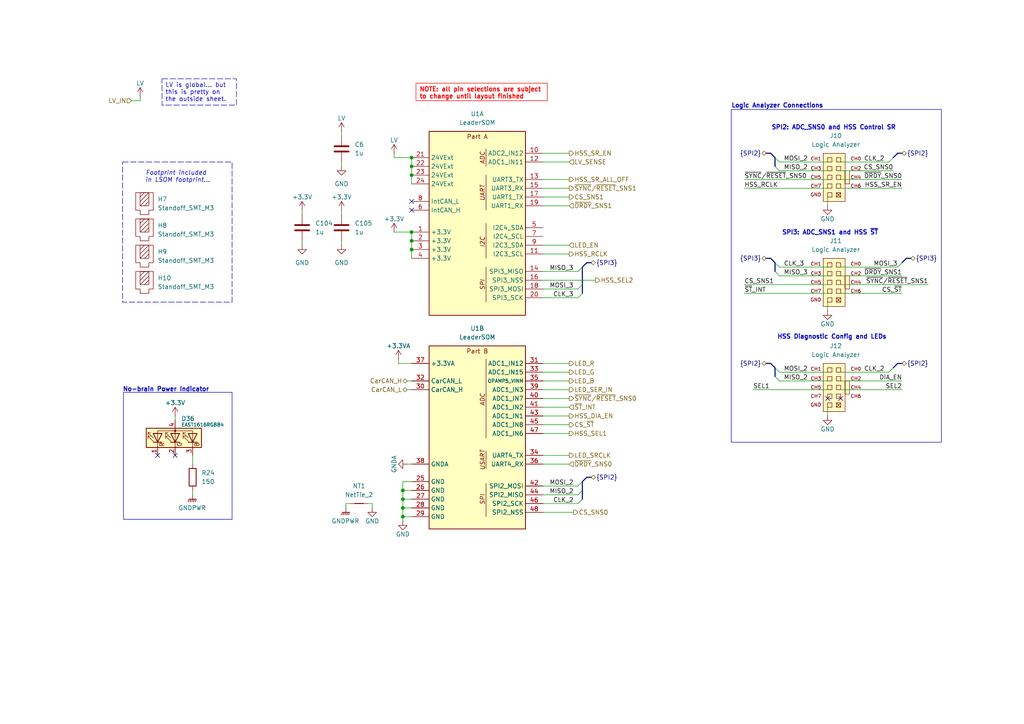
<source format=kicad_sch>
(kicad_sch (version 20250114) (generator "eeschema") (generator_version "9.0")
  (paper "A4")
  (title_block (title "LeaderSOM Connections (BBPDU)") (rev "0") (company "Longhorn Racing Solar") (comment 1 "Changxu Liu"))
  (lib_symbols
    (symbol "Device:NetTie_2" (pin_numbers (hide yes)) (pin_names (offset 0) (hide yes)) (in_bom no)
      (property "Reference" "NT" (at 0 1.27 0))
      (property "Value" "NetTie_2" (at 0 -1.27 0))
      (symbol "NetTie_2_0_1"
        (polyline (pts (xy -1.27 0) (xy 1.27 0)) (stroke (width 0.254)))
      )
      (symbol "NetTie_2_1_1"
        (pin passive line (at -2.54 0 0) (length 2.54) (name "1") (number "1"))
        (pin passive line (at 2.54 0 180) (length 2.54) (name "2") (number "2"))
      )
    )
    (symbol "PowerDistributionUnitCapacitorLib:1u" (pin_numbers (hide yes)) (pin_names (offset 0.254))
      (property "Reference" "C" (at 0.635 2.54 0))
      (property "Value" "1u" (at 0.635 -2.54 0))
      (symbol "1u_0_1"
        (polyline (pts (xy -2.032 0.762) (xy 2.032 0.762)) (stroke (width 0.508)))
        (polyline (pts (xy -2.032 -0.762) (xy 2.032 -0.762)) (stroke (width 0.508)))
      )
      (symbol "1u_1_1"
        (pin passive line (at 0 3.81 270) (length 2.794) (name "~") (number "1"))
        (pin passive line (at 0 -3.81 90) (length 2.794) (name "~") (number "2"))
      )
    )
    (symbol "PowerDistributionUnitLib:EAST1616RGBB4" (pin_names (offset 0) (hide yes))
      (property "Reference" "D" (at 0 9.398 0))
      (property "Value" "EAST1616RGBB4" (at 0 -8.89 0))
      (symbol "EAST1616RGBB4_0_0"
        (text "R" (at -1.905 3.81 0) (effects (font (size 1.27 1.27))))
        (text "G" (at -1.905 -1.27 0) (effects (font (size 1.27 1.27))))
        (text "B" (at -1.905 -6.35 0) (effects (font (size 1.27 1.27))))
      )
      (symbol "EAST1616RGBB4_0_1"
        (polyline (pts (xy -1.27 6.35) (xy -1.27 3.81)) (stroke (width 0.254)))
        (polyline (pts (xy -1.27 6.35) (xy -1.27 3.81) (xy -1.27 3.81)))
        (polyline (pts (xy -1.27 5.08) (xy -2.54 5.08)))
        (polyline (pts (xy -1.27 5.08) (xy 1.27 5.08)))
        (polyline (pts (xy -1.27 1.27) (xy -1.27 -1.27)) (stroke (width 0.254)))
        (polyline (pts (xy -1.27 1.27) (xy -1.27 -1.27) (xy -1.27 -1.27)))
        (polyline (pts (xy -1.27 0) (xy -2.54 0)))
        (polyline (pts (xy -1.27 -3.81) (xy -1.27 -6.35)) (stroke (width 0.254)))
        (polyline (pts (xy -1.27 -5.08) (xy -2.54 -5.08)))
        (polyline (pts (xy -1.27 -5.08) (xy 1.27 -5.08)))
        (polyline (pts (xy -1.016 6.35) (xy 0.508 7.874) (xy -0.254 7.874) (xy 0.508 7.874) (xy 0.508 7.112)))
        (polyline (pts (xy -1.016 1.27) (xy 0.508 2.794) (xy -0.254 2.794) (xy 0.508 2.794) (xy 0.508 2.032)))
        (polyline (pts (xy -1.016 -3.81) (xy 0.508 -2.286) (xy -0.254 -2.286) (xy 0.508 -2.286) (xy 0.508 -3.048)))
        (polyline (pts (xy 0 6.35) (xy 1.524 7.874) (xy 0.762 7.874) (xy 1.524 7.874) (xy 1.524 7.112)))
        (polyline (pts (xy 0 1.27) (xy 1.524 2.794) (xy 0.762 2.794) (xy 1.524 2.794) (xy 1.524 2.032)))
        (polyline (pts (xy 0 -3.81) (xy 1.524 -2.286) (xy 0.762 -2.286) (xy 1.524 -2.286) (xy 1.524 -3.048)))
        (polyline (pts (xy 1.27 6.35) (xy 1.27 3.81) (xy -1.27 5.08) (xy 1.27 6.35)) (stroke (width 0.254)))
        (rectangle (start 1.27 6.35) (end 1.27 6.35))
        (rectangle (start 1.27 3.81) (end 1.27 6.35))
        (polyline (pts (xy 1.27 1.27) (xy 1.27 -1.27) (xy -1.27 0) (xy 1.27 1.27)) (stroke (width 0.254)))
        (rectangle (start 1.27 1.27) (end 1.27 1.27))
        (polyline (pts (xy 1.27 0) (xy -1.27 0)))
        (polyline (pts (xy 1.27 0) (xy 2.54 0)))
        (rectangle (start 1.27 -1.27) (end 1.27 1.27))
        (polyline (pts (xy 1.27 -3.81) (xy 1.27 -6.35) (xy -1.27 -5.08) (xy 1.27 -3.81)) (stroke (width 0.254)))
        (polyline (pts (xy 1.27 -5.08) (xy 2.032 -5.08) (xy 2.032 5.08) (xy 1.27 5.08)))
        (circle (center 2.032 0) (radius 0.254) (fill (type outline)))
        (rectangle (start 2.794 8.382) (end -2.794 -7.62) (stroke (width 0.254)) (fill (type background)))
      )
      (symbol "EAST1616RGBB4_1_1"
        (pin passive line (at -5.08 5.08 0) (length 2.54) (name "RK") (number "1"))
        (pin passive line (at -5.08 0 0) (length 2.54) (name "GK") (number "2"))
        (pin passive line (at -5.08 -5.08 0) (length 2.54) (name "BK") (number "3"))
        (pin passive line (at 5.08 0 180) (length 2.54) (name "A") (number "4"))
      )
    )
    (symbol "PowerDistributionUnitLib:LeaderSOMConnector"
      (property "Reference" "U" (at 0 30.734 0))
      (property "Value" "LeaderSOM" (at -0.254 28.448 0))
      (symbol "LeaderSOMConnector_1_1"
        (rectangle (start -13.97 26.67) (end 13.97 -26.67) (stroke (width 0.254)) (fill (type background)))
        (polyline (pts (xy 2.54 16.51) (xy 2.54 21.59)))
        (polyline (pts (xy 2.54 3.81) (xy 2.54 13.97)))
        (polyline (pts (xy 2.54 -10.16) (xy 2.54 0)))
        (polyline (pts (xy 2.54 -22.86) (xy 2.54 -12.7)))
        (text "Part A" (at 0 25.146 0) (effects (font (size 1.27 1.27))))
        (text "ADC" (at 1.524 19.05 900) (effects (font (size 1.27 1.27) (italic yes))))
        (text "UART" (at 1.524 8.89 900) (effects (font (size 1.27 1.27) (italic yes))))
        (text "I2C" (at 1.524 -5.334 900) (effects (font (size 1.27 1.27) (italic yes))))
        (text "SPI" (at 1.524 -17.78 900) (effects (font (size 1.27 1.27) (italic yes))))
        (pin input line (at -19.05 19.05 0) (length 5.08) (name "24VExt") (number "21"))
        (pin input line (at -19.05 16.51 0) (length 5.08) (name "24VExt") (number "22"))
        (pin input line (at -19.05 13.97 0) (length 5.08) (name "24VExt") (number "23"))
        (pin input line (at -19.05 11.43 0) (length 5.08) (name "24VExt") (number "24"))
        (pin input line (at -19.05 6.35 0) (length 5.08) (name "IntCAN_L") (number "8"))
        (pin input line (at -19.05 3.81 0) (length 5.08) (name "IntCAN_H") (number "6"))
        (pin output line (at -19.05 -2.54 0) (length 5.08) (name "+3.3V") (number "1"))
        (pin output line (at -19.05 -5.08 0) (length 5.08) (name "+3.3V") (number "2"))
        (pin output line (at -19.05 -7.62 0) (length 5.08) (name "+3.3V") (number "3"))
        (pin output line (at -19.05 -10.16 0) (length 5.08) (name "+3.3V") (number "4"))
        (pin no_connect line (at -19.05 -15.24 0) (length 5.08) (hide yes) (name "MNT") (number "49"))
        (pin no_connect line (at -19.05 -17.78 0) (length 5.08) (hide yes) (name "MNT") (number "50"))
        (pin no_connect line (at -19.05 -20.32 0) (length 5.08) (hide yes) (name "MNT") (number "51"))
        (pin no_connect line (at -19.05 -22.606 0) (length 5.08) (hide yes) (name "MNT") (number "52"))
        (pin input line (at 19.05 20.32 180) (length 5.08) (name "ADC2_IN12") (number "10"))
        (pin input line (at 19.05 17.78 180) (length 5.08) (name "ADC1_IN11") (number "12"))
        (pin bidirectional line (at 19.05 12.7 180) (length 5.08) (name "UART3_TX") (number "13"))
        (pin bidirectional line (at 19.05 10.16 180) (length 5.08) (name "UART3_RX") (number "15"))
        (pin bidirectional line (at 19.05 7.62 180) (length 5.08) (name "UART1_TX") (number "17"))
        (pin bidirectional line (at 19.05 5.08 180) (length 5.08) (name "UART1_RX") (number "19"))
        (pin bidirectional line (at 19.05 -1.27 180) (length 5.08) (name "I2C4_SDA") (number "5"))
        (pin input line (at 19.05 -3.81 180) (length 5.08) (name "I2C4_SCL") (number "7"))
        (pin bidirectional line (at 19.05 -6.35 180) (length 5.08) (name "I2C3_SDA") (number "9"))
        (pin input line (at 19.05 -8.89 180) (length 5.08) (name "I2C3_SCL") (number "11"))
        (pin input line (at 19.05 -13.97 180) (length 5.08) (name "SPI3_MISO") (number "14"))
        (pin output line (at 19.05 -16.51 180) (length 5.08) (name "SPI3_NSS") (number "16"))
        (pin output line (at 19.05 -19.05 180) (length 5.08) (name "SPI3_MOSI") (number "18"))
        (pin output line (at 19.05 -21.59 180) (length 5.08) (name "SPI3_SCK") (number "20"))
      )
      (symbol "LeaderSOMConnector_2_1"
        (rectangle (start -13.97 26.67) (end 13.97 -26.416) (stroke (width 0.254)) (fill (type background)))
        (polyline (pts (xy 2.54 0) (xy 2.54 22.86)))
        (polyline (pts (xy 2.54 -8.89) (xy 2.54 -3.81)))
        (polyline (pts (xy 2.54 -22.86) (xy 2.54 -13.208)))
        (text "Part B" (at 0 25.146 0) (effects (font (size 1.27 1.27))))
        (text "ADC" (at 1.524 11.176 900) (effects (font (size 1.27 1.27) (italic yes))))
        (text "USART" (at 1.524 -6.35 900) (effects (font (size 1.27 1.27) (italic yes))))
        (text "SPI" (at 1.524 -17.78 900) (effects (font (size 1.27 1.27) (italic yes))))
        (pin output line (at -19.05 21.59 0) (length 5.08) (name "+3.3VA") (number "37"))
        (pin input line (at -19.05 16.51 0) (length 5.08) (name "CarCAN_L") (number "32"))
        (pin input line (at -19.05 13.97 0) (length 5.08) (name "CarCAN_H") (number "30"))
        (pin input line (at -19.05 -7.62 0) (length 5.08) (name "GNDA") (number "38"))
        (pin input line (at -19.05 -12.7 0) (length 5.08) (name "GND") (number "25"))
        (pin input line (at -19.05 -15.24 0) (length 5.08) (name "GND") (number "26"))
        (pin input line (at -19.05 -17.78 0) (length 5.08) (name "GND") (number "27"))
        (pin input line (at -19.05 -20.32 0) (length 5.08) (name "GND") (number "28"))
        (pin input line (at -19.05 -22.86 0) (length 5.08) (name "GND") (number "29"))
        (pin input line (at 19.05 21.59 180) (length 5.08) (name "ADC1_IN12") (number "31"))
        (pin output line (at 19.05 19.05 180) (length 5.08) (name "ADC1_IN15") (number "33"))
        (pin output line (at 19.05 16.51 180) (length 5.08) (name "OPAMP5_VINM") (number "35"))
        (pin output line (at 19.05 13.97 180) (length 5.08) (name "ADC1_IN3") (number "39"))
        (pin input line (at 19.05 11.43 180) (length 5.08) (name "ADC1_IN7") (number "40"))
        (pin input line (at 19.05 8.89 180) (length 5.08) (name "ADC1_IN2") (number "41"))
        (pin input line (at 19.05 6.35 180) (length 5.08) (name "ADC1_IN1") (number "43"))
        (pin output line (at 19.05 3.81 180) (length 5.08) (name "ADC1_IN8") (number "45"))
        (pin output line (at 19.05 1.27 180) (length 5.08) (name "ADC1_IN6") (number "47"))
        (pin output line (at 19.05 -5.08 180) (length 5.08) (name "UART4_TX") (number "34"))
        (pin output line (at 19.05 -7.62 180) (length 5.08) (name "UART4_RX") (number "36"))
        (pin output line (at 19.05 -13.97 180) (length 5.08) (name "SPI2_MOSI") (number "42"))
        (pin input line (at 19.05 -16.51 180) (length 5.08) (name "SPI2_MISO") (number "44"))
        (pin output line (at 19.05 -19.05 180) (length 5.08) (name "SPI2_SCK") (number "46"))
        (pin output line (at 19.05 -21.59 180) (length 5.08) (name "SPI2_NSS") (number "48"))
      )
    )
    (symbol "PowerDistributionUnitLib:LogicAnalyzer" (pin_numbers (hide yes)) (pin_names (offset 2.4) (hide yes))
      (property "Reference" "J" (at 0.762 11.176 0))
      (property "Value" "Logic Analyzer" (at 1.27 9.144 0))
      (symbol "LogicAnalyzer_0_1"
        (rectangle (start -1.27 6.35) (end 0 5.08))
        (rectangle (start -1.27 3.81) (end 0 2.54))
        (rectangle (start -1.27 1.27) (end 0 0))
        (rectangle (start -1.27 -1.27) (end 0 -2.54))
        (rectangle (start -1.27 -3.81) (end 0 -5.08))
        (rectangle (start 1.27 6.35) (end 2.54 5.08))
        (rectangle (start 1.27 3.81) (end 2.54 2.54))
        (rectangle (start 1.27 1.27) (end 2.54 0))
        (rectangle (start 1.27 -1.27) (end 2.54 -2.54))
        (rectangle (start 1.27 -3.81) (end 2.54 -5.08))
      )
      (symbol "LogicAnalyzer_1_0"
        (pin input line (at -1.27 2.54 0) (length 0) (name "CH3") (number "7"))
        (pin input line (at -1.27 0 0) (length 0) (name "CH5") (number "5"))
        (pin input line (at -1.27 -2.54 0) (length 0) (name "CH7") (number "3"))
        (pin passive line (at -1.27 -5.08 0) (length 0) (name "GND") (number "1"))
        (pin input line (at 2.54 0 180) (length 0) (name "CH4") (number "6"))
        (pin input line (at 2.54 -2.54 180) (length 0) (name "CH6") (number "4"))
        (pin no_connect line (at 2.54 -5.08 180) (length 0) (hide yes) (name "GND") (number "2"))
      )
      (symbol "LogicAnalyzer_1_1"
        (rectangle (start -2.54 7.62) (end 3.81 -6.35) (fill (type background)))
        (polyline (pts (xy 1.27 -3.81) (xy 2.54 -5.08)))
        (polyline (pts (xy 1.27 -5.08) (xy 2.54 -3.81)))
        (rectangle (start 3.81 2.54) (end 5.08 -1.27) (fill (type background)))
        (text "CH1" (at -3.048 6.604 0) (effects (font (size 1 1)) (justify right top)))
        (text "CH3" (at -3.048 3.81 0) (effects (font (size 1 1)) (justify right top)))
        (text "CH5" (at -3.048 1.27 0) (effects (font (size 1 1)) (justify right top)))
        (text "CH7" (at -3.048 -1.27 0) (effects (font (size 1 1)) (justify right top)))
        (text "GND" (at -3.048 -3.81 0) (effects (font (size 1 1)) (justify right top)))
        (text "CH0" (at 5.334 6.604 0) (effects (font (size 1 1)) (justify left top)))
        (text "CH2" (at 5.334 3.81 0) (effects (font (size 1 1)) (justify left top)))
        (text "CH4" (at 5.334 1.27 0) (effects (font (size 1 1)) (justify left top)))
        (text "CH6" (at 5.334 -1.27 0) (effects (font (size 1 1)) (justify left top)))
        (pin input line (at -1.27 5.08 0) (length 0) (name "CH1") (number "9"))
        (pin input line (at 2.54 5.08 180) (length 0) (name "CH0") (number "10"))
        (pin input line (at 2.54 2.54 180) (length 0) (name "CH2") (number "8"))
      )
    )
    (symbol "PowerDistributionUnitLib:Standoff_SMT_78614040360"
      (property "Reference" "H" (at 0 6.35 0))
      (property "Value" "Standoff_SMT_M3" (at 0 4.064 0))
      (symbol "Standoff_SMT_78614040360_0_1"
        (polyline (pts (xy -2.54 2.54) (xy 2.54 2.54) (xy 2.54 -2.54) (xy 1.27 -2.54) (xy 1.27 -3.81) (xy -1.27 -3.81) (xy -1.27 -2.54) (xy -2.54 -2.54) (xy -2.54 2.54)))
        (rectangle (start -1.27 2.54) (end 1.27 -1.27))
        (polyline (pts (xy -1.27 1.27) (xy 0 2.54)))
        (polyline (pts (xy -1.27 0) (xy 1.27 2.54)))
        (polyline (pts (xy -1.27 -1.27) (xy 1.27 1.27)))
        (polyline (pts (xy 0 -1.27) (xy 1.27 0)))
      )
    )
    (symbol "PowerDistributionUnitResistorLib:150" (pin_numbers (hide yes)) (pin_names (offset 0))
      (property "Reference" "R1" (at 2.54 1.2701 0))
      (property "Value" "150" (at 2.54 -1.2699 0))
      (symbol "150_0_1"
        (rectangle (start -1.016 2.54) (end 1.016 -2.54) (stroke (width 0.254)))
      )
      (symbol "150_1_1"
        (pin passive line (at 0 3.81 270) (length 1.27) (name "~") (number "1"))
        (pin passive line (at 0 -3.81 90) (length 1.27) (name "~") (number "2"))
      )
    )
    (symbol "power:+24V" (power) (pin_numbers (hide yes)) (pin_names (offset 0) (hide yes))
      (property "Value" "+24V" (at 0 3.556 0))
      (symbol "+24V_0_1"
        (polyline (pts (xy -0.762 1.27) (xy 0 2.54)))
        (polyline (pts (xy 0 2.54) (xy 0.762 1.27)))
        (polyline (pts (xy 0 0) (xy 0 2.54)))
      )
      (symbol "+24V_1_1"
        (pin power_in line (at 0 0 90) (length 0) (name "~") (number "1"))
      )
    )
    (symbol "power:+3.3V" (power) (pin_numbers (hide yes)) (pin_names (offset 0) (hide yes))
      (property "Value" "+3.3V" (at 0 3.556 0))
      (symbol "+3.3V_0_1"
        (polyline (pts (xy -0.762 1.27) (xy 0 2.54)))
        (polyline (pts (xy 0 2.54) (xy 0.762 1.27)))
        (polyline (pts (xy 0 0) (xy 0 2.54)))
      )
      (symbol "+3.3V_1_1"
        (pin power_in line (at 0 0 90) (length 0) (name "~") (number "1"))
      )
    )
    (symbol "power:+3.3VA" (power) (pin_numbers (hide yes)) (pin_names (offset 0) (hide yes))
      (property "Value" "+3.3VA" (at 0 3.556 0))
      (symbol "+3.3VA_0_1"
        (polyline (pts (xy -0.762 1.27) (xy 0 2.54)))
        (polyline (pts (xy 0 2.54) (xy 0.762 1.27)))
        (polyline (pts (xy 0 0) (xy 0 2.54)))
      )
      (symbol "+3.3VA_1_1"
        (pin power_in line (at 0 0 90) (length 0) (name "~") (number "1"))
      )
    )
    (symbol "power:GND" (power) (pin_numbers (hide yes)) (pin_names (offset 0) (hide yes))
      (property "Value" "GND" (at 0 -3.81 0))
      (symbol "GND_0_1"
        (polyline (pts (xy 0 0) (xy 0 -1.27) (xy 1.27 -1.27) (xy 0 -2.54) (xy -1.27 -1.27) (xy 0 -1.27)))
      )
      (symbol "GND_1_1"
        (pin power_in line (at 0 0 270) (length 0) (name "~") (number "1"))
      )
    )
    (symbol "power:GNDA" (power) (pin_numbers (hide yes)) (pin_names (offset 0) (hide yes))
      (property "Value" "GNDA" (at 0 -3.81 0))
      (symbol "GNDA_0_1"
        (polyline (pts (xy 0 0) (xy 0 -1.27) (xy 1.27 -1.27) (xy 0 -2.54) (xy -1.27 -1.27) (xy 0 -1.27)))
      )
      (symbol "GNDA_1_1"
        (pin power_in line (at 0 0 270) (length 0) (name "~") (number "1"))
      )
    )
    (symbol "power:GNDPWR" (power) (pin_numbers (hide yes)) (pin_names (offset 0) (hide yes))
      (property "Value" "GNDPWR" (at 0 -3.302 0))
      (symbol "GNDPWR_0_1"
        (polyline (pts (xy -1.016 -1.27) (xy -1.27 -2.032) (xy -1.27 -2.032)) (stroke (width 0.2032)))
        (polyline (pts (xy -0.508 -1.27) (xy -0.762 -2.032) (xy -0.762 -2.032)) (stroke (width 0.2032)))
        (polyline (pts (xy 0 -1.27) (xy 0 0)))
        (polyline (pts (xy 0 -1.27) (xy -0.254 -2.032) (xy -0.254 -2.032)) (stroke (width 0.2032)))
        (polyline (pts (xy 0.508 -1.27) (xy 0.254 -2.032) (xy 0.254 -2.032)) (stroke (width 0.2032)))
        (polyline (pts (xy 1.016 -1.27) (xy -1.016 -1.27) (xy -1.016 -1.27)) (stroke (width 0.2032)))
        (polyline (pts (xy 1.016 -1.27) (xy 0.762 -2.032) (xy 0.762 -2.032) (xy 0.762 -2.032)) (stroke (width 0.2032)))
      )
      (symbol "GNDPWR_1_1"
        (pin power_in line (at 0 0 270) (length 0) (name "~") (number "1"))
      )
    )
  )
  (rectangle (start 212.09 31.75) (end 273.05 128.27))
  (rectangle (start 35.814 113.792) (end 67.31 150.622))
  (rectangle (start 35.56 46.99) (end 67.31 87.63) (stroke (width 0) (type dash)))
  (text "Logic Analyzer Connections" (at 212.09 31.496 0) (effects (font (size 1.27 1.27) (thickness 0.254) (bold yes)) (justify left bottom)))
  (text "SPI2: ADC_SNS0 and HSS Control SR" (at 241.808 37.084 0) (effects (font (size 1.27 1.27) (thickness 0.254) (bold yes))))
  (text "SPI3: ADC_SNS1 and HSS ~{ST}" (at 240.792 67.564 0) (effects (font (size 1.27 1.27) (thickness 0.254) (bold yes))))
  (text "No-brain Power Indicator" (at 35.56 113.03 0) (effects (font (size 1.27 1.27) (thickness 0.254) (bold yes)) (justify left)))
  (text "HSS Diagnostic Config and LEDs" (at 241.3 97.79 0) (effects (font (size 1.27 1.27) (thickness 0.254) (bold yes))))
  (text "Footprint included \nin LSOM footprint..." (at 51.562 51.308 0) (effects (font (size 1.27 1.27) (italic yes))))
  (text_box "NOTE: all pin selections are subject to change until layout finished" (at 120.65 24.13 0) (size 38.1 5.08) (margins 0.9525 0.9525 0.9525 0.9525) (stroke (width 0) (color 255 0 0 1)) (effects (font (size 1.27 1.27) (thickness 0.254) (bold yes)) (justify left top)))
  (text_box "LV is global... but this is pretty on the outside sheet." (at 46.99 22.86 0) (size 21.59 7.62) (margins 0.9525 0.9525 0.9525 0.9525) (stroke (width 0) (type dash)) (effects (font (size 1.27 1.27)) (justify left top)))
  (junction (at 119.38 50.8))
  (junction (at 119.38 67.31))
  (junction (at 116.84 144.78))
  (junction (at 119.38 72.39))
  (junction (at 116.84 149.86))
  (junction (at 116.84 147.32))
  (junction (at 119.38 48.26))
  (junction (at 119.38 45.72))
  (junction (at 119.38 69.85))
  (junction (at 116.84 142.24))
  (no_connect (at 243.84 115.57))
  (no_connect (at 45.72 132.08))
  (no_connect (at 240.03 115.57))
  (no_connect (at 119.38 60.96))
  (no_connect (at 50.8 132.08))
  (no_connect (at 119.38 58.42))
  (bus_entry (at 224.79 78.74) (size 1.27 1.27))
  (bus_entry (at 168.91 142.24) (size -1.27 1.27))
  (bus_entry (at 261.62 76.2) (size -1.27 1.27))
  (bus_entry (at 168.91 77.47) (size -1.27 1.27))
  (bus_entry (at 168.91 82.55) (size -1.27 1.27))
  (bus_entry (at 259.08 45.72) (size -1.27 1.27))
  (bus_entry (at 224.79 109.22) (size 1.27 1.27))
  (bus_entry (at 224.79 106.68) (size 1.27 1.27))
  (bus_entry (at 224.79 48.26) (size 1.27 1.27))
  (bus_entry (at 224.79 45.72) (size 1.27 1.27))
  (bus_entry (at 259.08 106.68) (size -1.27 1.27))
  (bus_entry (at 168.91 139.7) (size -1.27 1.27))
  (bus_entry (at 224.79 76.2) (size 1.27 1.27))
  (bus_entry (at 168.91 144.78) (size -1.27 1.27))
  (bus_entry (at 168.91 85.09) (size -1.27 1.27))
  (wire (pts (xy 243.84 107.95) (xy 257.81 107.95)))
  (wire (pts (xy 157.48 118.11) (xy 165.1 118.11)))
  (wire (pts (xy 226.06 110.49) (xy 240.03 110.49)))
  (wire (pts (xy 119.38 72.39) (xy 119.38 74.93)))
  (wire (pts (xy 243.84 113.03) (xy 261.62 113.03)))
  (wire (pts (xy 240.03 46.99) (xy 226.06 46.99)))
  (bus (pts (xy 224.79 106.68) (xy 224.79 109.22)))
  (wire (pts (xy 116.84 149.86) (xy 116.84 151.13)))
  (wire (pts (xy 118.11 113.03) (xy 119.38 113.03)))
  (wire (pts (xy 116.84 144.78) (xy 119.38 144.78)))
  (wire (pts (xy 99.06 46.99) (xy 99.06 48.26)))
  (bus (pts (xy 168.91 77.47) (xy 168.91 82.55)))
  (wire (pts (xy 240.03 57.15) (xy 240.03 59.69)))
  (wire (pts (xy 157.48 143.51) (xy 167.64 143.51)))
  (wire (pts (xy 157.48 81.28) (xy 172.72 81.28)))
  (wire (pts (xy 119.38 45.72) (xy 119.38 48.26)))
  (wire (pts (xy 243.84 110.49) (xy 261.62 110.49)))
  (wire (pts (xy 55.88 142.24) (xy 55.88 143.51)))
  (wire (pts (xy 119.38 69.85) (xy 119.38 72.39)))
  (wire (pts (xy 157.48 54.61) (xy 165.1 54.61)))
  (wire (pts (xy 157.48 73.66) (xy 165.1 73.66)))
  (wire (pts (xy 115.57 105.41) (xy 119.38 105.41)))
  (wire (pts (xy 157.48 57.15) (xy 165.1 57.15)))
  (bus (pts (xy 224.79 76.2) (xy 223.52 74.93)))
  (wire (pts (xy 243.84 54.61) (xy 261.62 54.61)))
  (wire (pts (xy 215.9 52.07) (xy 240.03 52.07)))
  (wire (pts (xy 118.11 134.62) (xy 119.38 134.62)))
  (wire (pts (xy 243.84 46.99) (xy 257.81 46.99)))
  (wire (pts (xy 116.84 139.7) (xy 119.38 139.7)))
  (wire (pts (xy 106.68 146.05) (xy 107.95 146.05)))
  (wire (pts (xy 40.64 27.94) (xy 40.64 29.21)))
  (wire (pts (xy 157.48 113.03) (xy 165.1 113.03)))
  (bus (pts (xy 224.79 45.72) (xy 224.79 48.26)))
  (wire (pts (xy 100.33 146.05) (xy 101.6 146.05)))
  (wire (pts (xy 99.06 69.85) (xy 99.06 71.12)))
  (bus (pts (xy 259.08 45.72) (xy 260.35 44.45)))
  (wire (pts (xy 243.84 80.01) (xy 261.62 80.01)))
  (wire (pts (xy 87.63 60.96) (xy 87.63 62.23)))
  (bus (pts (xy 222.25 44.45) (xy 223.52 44.45)))
  (wire (pts (xy 243.84 82.55) (xy 269.24 82.55)))
  (wire (pts (xy 38.1 29.21) (xy 40.64 29.21)))
  (wire (pts (xy 240.03 113.03) (xy 218.44 113.03)))
  (wire (pts (xy 99.06 60.96) (xy 99.06 62.23)))
  (wire (pts (xy 226.06 107.95) (xy 240.03 107.95)))
  (wire (pts (xy 157.48 146.05) (xy 167.64 146.05)))
  (wire (pts (xy 157.48 125.73) (xy 165.1 125.73)))
  (wire (pts (xy 226.06 77.47) (xy 240.03 77.47)))
  (wire (pts (xy 87.63 69.85) (xy 87.63 71.12)))
  (bus (pts (xy 168.91 77.47) (xy 170.18 76.2)))
  (wire (pts (xy 119.38 50.8) (xy 119.38 53.34)))
  (bus (pts (xy 222.25 74.93) (xy 223.52 74.93)))
  (wire (pts (xy 157.48 78.74) (xy 167.64 78.74)))
  (wire (pts (xy 116.84 142.24) (xy 119.38 142.24)))
  (wire (pts (xy 157.48 140.97) (xy 167.64 140.97)))
  (wire (pts (xy 119.38 48.26) (xy 119.38 50.8)))
  (bus (pts (xy 261.62 105.41) (xy 260.35 105.41)))
  (wire (pts (xy 116.84 144.78) (xy 116.84 147.32)))
  (wire (pts (xy 215.9 54.61) (xy 240.03 54.61)))
  (bus (pts (xy 168.91 139.7) (xy 170.18 138.43)))
  (wire (pts (xy 116.84 142.24) (xy 116.84 144.78)))
  (wire (pts (xy 157.48 148.59) (xy 166.37 148.59)))
  (wire (pts (xy 157.48 59.69) (xy 165.1 59.69)))
  (wire (pts (xy 226.06 49.53) (xy 240.03 49.53)))
  (wire (pts (xy 157.48 120.65) (xy 165.1 120.65)))
  (wire (pts (xy 240.03 118.11) (xy 240.03 120.65)))
  (wire (pts (xy 50.8 120.65) (xy 50.8 121.92)))
  (bus (pts (xy 168.91 82.55) (xy 168.91 85.09)))
  (wire (pts (xy 116.84 149.86) (xy 119.38 149.86)))
  (wire (pts (xy 99.06 38.1) (xy 99.06 39.37)))
  (wire (pts (xy 157.48 134.62) (xy 165.1 134.62)))
  (wire (pts (xy 157.48 110.49) (xy 165.1 110.49)))
  (wire (pts (xy 157.48 44.45) (xy 165.1 44.45)))
  (bus (pts (xy 168.91 142.24) (xy 168.91 144.78)))
  (bus (pts (xy 222.25 105.41) (xy 223.52 105.41)))
  (wire (pts (xy 116.84 147.32) (xy 119.38 147.32)))
  (wire (pts (xy 157.48 105.41) (xy 165.1 105.41)))
  (wire (pts (xy 100.33 147.32) (xy 100.33 146.05)))
  (wire (pts (xy 115.57 104.14) (xy 115.57 105.41)))
  (wire (pts (xy 226.06 80.01) (xy 240.03 80.01)))
  (bus (pts (xy 259.08 106.68) (xy 260.35 105.41)))
  (bus (pts (xy 171.45 138.43) (xy 170.18 138.43)))
  (wire (pts (xy 215.9 85.09) (xy 240.03 85.09)))
  (bus (pts (xy 261.62 76.2) (xy 262.89 74.93)))
  (wire (pts (xy 157.48 123.19) (xy 165.1 123.19)))
  (wire (pts (xy 116.84 139.7) (xy 116.84 142.24)))
  (wire (pts (xy 240.03 87.63) (xy 240.03 90.17)))
  (wire (pts (xy 157.48 132.08) (xy 165.1 132.08)))
  (wire (pts (xy 157.48 46.99) (xy 165.1 46.99)))
  (wire (pts (xy 157.48 52.07) (xy 165.1 52.07)))
  (wire (pts (xy 116.84 147.32) (xy 116.84 149.86)))
  (wire (pts (xy 243.84 85.09) (xy 261.62 85.09)))
  (bus (pts (xy 261.62 44.45) (xy 260.35 44.45)))
  (wire (pts (xy 118.11 110.49) (xy 119.38 110.49)))
  (bus (pts (xy 224.79 106.68) (xy 223.52 105.41)))
  (wire (pts (xy 107.95 146.05) (xy 107.95 147.32)))
  (wire (pts (xy 55.88 132.08) (xy 55.88 134.62)))
  (bus (pts (xy 171.45 76.2) (xy 170.18 76.2)))
  (wire (pts (xy 157.48 83.82) (xy 167.64 83.82)))
  (bus (pts (xy 264.16 74.93) (xy 262.89 74.93)))
  (wire (pts (xy 157.48 107.95) (xy 165.1 107.95)))
  (wire (pts (xy 157.48 115.57) (xy 165.1 115.57)))
  (wire (pts (xy 119.38 67.31) (xy 119.38 69.85)))
  (bus (pts (xy 168.91 139.7) (xy 168.91 142.24)))
  (wire (pts (xy 114.3 44.45) (xy 114.3 45.72)))
  (wire (pts (xy 243.84 77.47) (xy 260.35 77.47)))
  (wire (pts (xy 114.3 67.31) (xy 119.38 67.31)))
  (wire (pts (xy 215.9 82.55) (xy 240.03 82.55)))
  (wire (pts (xy 157.48 86.36) (xy 167.64 86.36)))
  (bus (pts (xy 224.79 76.2) (xy 224.79 78.74)))
  (wire (pts (xy 114.3 45.72) (xy 119.38 45.72)))
  (wire (pts (xy 157.48 71.12) (xy 165.1 71.12)))
  (wire (pts (xy 243.84 49.53) (xy 259.08 49.53)))
  (wire (pts (xy 243.84 52.07) (xy 261.62 52.07)))
  (bus (pts (xy 224.79 45.72) (xy 223.52 44.45)))
  (label "CLK_3" (at 227.33 77.47 0))
  (label "MISO_2" (at 227.33 110.49 0))
  (label "MOSI_3" (at 166.37 83.82 180))
  (label "SEL1" (at 218.44 113.03 0))
  (label "SEL2" (at 261.62 113.03 180))
  (label "~{ST}_INT" (at 215.9 85.09 0))
  (label "MOSI_2" (at 166.37 140.97 180))
  (label "CLK_3" (at 166.37 86.36 180))
  (label "CS_~{ST}" (at 261.62 85.09 180))
  (label "MISO_3" (at 166.37 78.74 180))
  (label "MISO_3" (at 227.33 80.01 0))
  (label "~{SYNC}{slash}~{RESET}_SNS0" (at 215.9 52.07 0))
  (label "CLK_2" (at 256.54 107.95 180))
  (label "MISO_2" (at 166.37 143.51 180))
  (label "~{DRDY}_SNS0" (at 261.62 52.07 180))
  (label "MISO_2" (at 227.33 49.53 0))
  (label "CS_SNS1" (at 215.9 82.55 0))
  (label "DIA_EN" (at 261.62 110.49 180))
  (label "MOSI_2" (at 227.33 107.95 0))
  (label "CLK_2" (at 256.54 46.99 180))
  (label "MOSI_3" (at 260.35 77.47 180))
  (label "~{SYNC}{slash}~{RESET}_SNS1" (at 269.24 82.55 180))
  (label "CLK_2" (at 166.37 146.05 180))
  (label "MOSI_2" (at 227.33 46.99 0))
  (label "~{DRDY}_SNS1" (at 261.62 80.01 180))
  (label "HSS_RCLK" (at 215.9 54.61 0))
  (label "CS_SNS0" (at 259.08 49.53 180))
  (label "HSS_SR_EN" (at 261.62 54.61 180))
  (hierarchical_label "LED_SRCLK" (shape output) (at 165.1 132.08 0))
  (hierarchical_label "~{DRDY}_SNS0" (shape input) (at 165.1 134.62 0))
  (hierarchical_label "CS_SNS0" (shape output) (at 166.37 148.59 0))
  (hierarchical_label "{SPI3}" (shape bidirectional) (at 222.25 74.93 180))
  (hierarchical_label "{SPI3}" (shape bidirectional) (at 171.45 76.2 0))
  (hierarchical_label "CarCAN_H" (shape bidirectional) (at 118.11 110.49 180))
  (hierarchical_label "~{SYNC}{slash}~{RESET}_SNS0" (shape output) (at 165.1 115.57 0))
  (hierarchical_label "HSS_DIA_EN" (shape output) (at 165.1 120.65 0))
  (hierarchical_label "~{DRDY}_SNS1" (shape input) (at 165.1 59.69 0))
  (hierarchical_label "{SPI2}" (shape bidirectional) (at 222.25 44.45 180))
  (hierarchical_label "HSS_SR_EN" (shape output) (at 165.1 44.45 0))
  (hierarchical_label "LED_R" (shape output) (at 165.1 105.41 0))
  (hierarchical_label "LV_IN" (shape input) (at 38.1 29.21 180))
  (hierarchical_label "~{SYNC}{slash}~{RESET}_SNS1" (shape output) (at 165.1 54.61 0))
  (hierarchical_label "CarCAN_L" (shape bidirectional) (at 118.11 113.03 180))
  (hierarchical_label "{SPI3}" (shape bidirectional) (at 264.16 74.93 0))
  (hierarchical_label "{SPI2}" (shape bidirectional) (at 261.62 44.45 0))
  (hierarchical_label "HSS_SR_ALL_OFF" (shape output) (at 165.1 52.07 0))
  (hierarchical_label "{SPI2}" (shape bidirectional) (at 222.25 105.41 180))
  (hierarchical_label "HSS_SEL2" (shape output) (at 172.72 81.28 0))
  (hierarchical_label "{SPI2}" (shape bidirectional) (at 261.62 105.41 0))
  (hierarchical_label "LED_SER_IN" (shape output) (at 165.1 113.03 0))
  (hierarchical_label "LED_G" (shape output) (at 165.1 107.95 0))
  (hierarchical_label "CS_SNS1" (shape output) (at 165.1 57.15 0))
  (hierarchical_label "~{ST}_INT" (shape input) (at 165.1 118.11 0))
  (hierarchical_label "LED_B" (shape output) (at 165.1 110.49 0))
  (hierarchical_label "LV_SENSE" (shape input) (at 165.1 46.99 0))
  (hierarchical_label "CS_~{ST}" (shape output) (at 165.1 123.19 0))
  (hierarchical_label "HSS_RCLK" (shape output) (at 165.1 73.66 0))
  (hierarchical_label "LED_EN" (shape input) (at 165.1 71.12 0))
  (hierarchical_label "{SPI2}" (shape bidirectional) (at 171.45 138.43 0))
  (hierarchical_label "HSS_SEL1" (shape output) (at 165.1 125.73 0))
  (symbol (lib_id "power:+24V") (at 40.64 27.94 0) (unit 1)
    (property "Reference" "#PWR0475" (effects (hide yes)))
    (property "Value" "LV" (at 40.64 24.13 0))
    (property "Description" "Power symbol creates a global label with name \"+24V\"" (effects (hide yes)))
  )
  (symbol (lib_id "power:+3.3VA") (at 115.57 104.14 0) (unit 1)
    (property "Reference" "#PWR010" (effects (hide yes)))
    (property "Value" "+3.3VA" (at 115.57 100.33 0))
    (property "Description" "Power symbol creates a global label with name \"+3.3VA\"" (effects (hide yes)))
  )
  (symbol (lib_id "PowerDistributionUnitLib:LogicAnalyzer") (at 241.3 52.07 0) (unit 1)
    (property "Reference" "J10" (at 242.4192 39.37 0))
    (property "Value" "Logic Analyzer" (at 242.4192 41.91 0))
    (property "Footprint" "PowerDistributionUnitLib:CONN_SFH11-xxxC-D05-ST-XX_SUL" (effects (hide yes)))
    (property "Datasheet" "kicad-embed://PAGE123 .100 SFH11 SERIES FEMALE HDR ST RA.pdf" (effects (hide yes)))
    (property "P/N" "SFH11-PBPC-D05-ST-BK" (effects (hide yes)))
    (property "Digikey P/N" "S9194-ND" (effects (hide yes)))
  )
  (symbol (lib_id "power:+3.3V") (at 99.06 60.96 0) (mirror y) (unit 1)
    (property "Reference" "#PWR0469" (effects (hide yes)))
    (property "Value" "+3.3V" (at 99.06 57.15 0))
    (property "Description" "Power symbol creates a global label with name \"+3.3V\"" (effects (hide yes)))
  )
  (symbol (lib_id "power:GNDPWR") (at 55.88 143.51 0) (unit 1)
    (property "Reference" "#PWR064" (effects (hide yes)))
    (property "Value" "GNDPWR" (at 55.753 147.32 0))
    (property "Description" "Power symbol creates a global label with name \"GNDPWR\" , global ground" (effects (hide yes)))
  )
  (symbol (lib_id "power:GND") (at 116.84 151.13 0) (unit 1)
    (property "Reference" "#PWR0468" (effects (hide yes)))
    (property "Value" "GND" (at 116.84 154.94 0))
    (property "Description" "Power symbol creates a global label with name \"GND\" , ground" (effects (hide yes)))
  )
  (symbol (lib_id "power:GNDPWR") (at 100.33 147.32 0) (unit 1)
    (property "Reference" "#PWR038" (effects (hide yes)))
    (property "Value" "GNDPWR" (at 100.203 151.13 0))
    (property "Description" "Power symbol creates a global label with name \"GNDPWR\" , global ground" (effects (hide yes)))
  )
  (symbol (lib_id "PowerDistributionUnitCapacitorLib:1u") (at 99.06 66.04 0) (unit 1)
    (property "Reference" "C105" (at 102.87 64.7699 0) (effects (justify left)))
    (property "Value" "1u" (at 102.87 67.3099 0) (effects (justify left)))
    (property "Footprint" "Capacitor_SMD:C_0603_1608Metric" (effects (hide yes)))
    (property "Datasheet" "kicad-embed://MLR01_e.pdf" (effects (hide yes)))
    (property "Description" "Unpolarized capacitor" (effects (hide yes)))
    (property "P/N" "MLASU168SB5105KTNA01" (effects (hide yes)))
    (property "Mouser P/N" "963-MLASU168SB5105KT" (effects (hide yes)))
  )
  (symbol (lib_id "PowerDistributionUnitLib:LogicAnalyzer") (at 241.3 113.03 0) (unit 1)
    (property "Reference" "J12" (at 242.4192 100.33 0))
    (property "Value" "Logic Analyzer" (at 242.4192 102.87 0))
    (property "Footprint" "PowerDistributionUnitLib:CONN_SFH11-xxxC-D05-ST-XX_SUL" (effects (hide yes)))
    (property "Datasheet" "kicad-embed://PAGE123 .100 SFH11 SERIES FEMALE HDR ST RA.pdf" (effects (hide yes)))
    (property "P/N" "SFH11-PBPC-D05-ST-BK" (effects (hide yes)))
    (property "Digikey P/N" "S9194-ND" (effects (hide yes)))
  )
  (symbol (lib_id "power:GND") (at 87.63 71.12 0) (unit 1)
    (property "Reference" "#PWR034" (effects (hide yes)))
    (property "Value" "GND" (at 87.63 76.2 0))
    (property "Description" "Power symbol creates a global label with name \"GND\" , ground" (effects (hide yes)))
  )
  (symbol (lib_id "power:GND") (at 240.03 90.17 0) (unit 1)
    (property "Reference" "#PWR0478" (effects (hide yes)))
    (property "Value" "GND" (at 240.03 93.98 0))
    (property "Description" "Power symbol creates a global label with name \"GND\" , ground" (effects (hide yes)))
  )
  (symbol (lib_id "PowerDistributionUnitLib:Standoff_SMT_78614040360") (at 41.91 81.28 0) (unit 1) (on_board no)
    (property "Reference" "H10" (at 45.72 80.6449 0) (effects (justify left)))
    (property "Value" "Standoff_SMT_M3" (at 45.72 83.1849 0) (effects (justify left)))
    (property "Footprint" "PowerDistributionUnitLib:78614040360" (effects (hide yes)))
    (property "Datasheet" "kicad-embed://78614040360.pdf" (effects (hide yes)))
    (property "P/N" "78614040360" (effects (hide yes)))
    (property "Mouser P/N" "710-78614040360" (effects (hide yes)))
    (property "Digikey P/N" "732-78614040360CT-ND" (effects (hide yes)))
  )
  (symbol (lib_id "power:+3.3V") (at 114.3 67.31 0) (mirror y) (unit 1)
    (property "Reference" "#PWR0466" (effects (hide yes)))
    (property "Value" "+3.3V" (at 114.3 63.5 0))
    (property "Description" "Power symbol creates a global label with name \"+3.3V\"" (effects (hide yes)))
  )
  (symbol (lib_id "PowerDistributionUnitResistorLib:150") (at 55.88 138.43 0) (unit 1)
    (property "Reference" "R24" (at 58.42 137.1599 0) (effects (justify left)))
    (property "Value" "150" (at 58.42 139.6999 0) (effects (justify left)))
    (property "Footprint" "Resistor_SMD:R_0603_1608Metric" (effects (hide yes)))
    (property "Datasheet" "kicad-embed://dcrcwe3.pdf" (effects (hide yes)))
    (property "Description" "Resistor" (effects (hide yes)))
    (property "P/N" "CRCW0603150RFKEC" (effects (hide yes)))
    (property "Mouser P/N" "71-CRCW0603150RFKEC" (effects (hide yes)))
    (property "Digikey P/N" "541-CRCW0603150RFKECCT-ND" (effects (hide yes)))
  )
  (symbol (lib_id "power:GND") (at 99.06 48.26 0) (unit 1)
    (property "Reference" "#PWR012" (effects (hide yes)))
    (property "Value" "GND" (at 99.06 53.34 0))
    (property "Description" "Power symbol creates a global label with name \"GND\" , ground" (effects (hide yes)))
  )
  (symbol (lib_id "power:+3.3V") (at 50.8 120.65 0) (mirror y) (unit 1)
    (property "Reference" "#PWR086" (effects (hide yes)))
    (property "Value" "+3.3V" (at 50.8 116.84 0))
    (property "Description" "Power symbol creates a global label with name \"+3.3V\"" (effects (hide yes)))
  )
  (symbol (lib_id "power:+24V") (at 114.3 44.45 0) (unit 1)
    (property "Reference" "#PWR017" (effects (hide yes)))
    (property "Value" "LV" (at 114.3 40.64 0))
    (property "Description" "Power symbol creates a global label with name \"+24V\"" (effects (hide yes)))
  )
  (symbol (lib_id "power:GND") (at 99.06 71.12 0) (unit 1)
    (property "Reference" "#PWR0470" (effects (hide yes)))
    (property "Value" "GND" (at 99.06 76.2 0))
    (property "Description" "Power symbol creates a global label with name \"GND\" , ground" (effects (hide yes)))
  )
  (symbol (lib_id "power:GND") (at 107.95 147.32 0) (unit 1)
    (property "Reference" "#PWR039" (effects (hide yes)))
    (property "Value" "GND" (at 107.95 151.13 0))
    (property "Description" "Power symbol creates a global label with name \"GND\" , ground" (effects (hide yes)))
  )
  (symbol (lib_id "power:GND") (at 240.03 120.65 0) (unit 1)
    (property "Reference" "#PWR0479" (effects (hide yes)))
    (property "Value" "GND" (at 240.03 124.46 0))
    (property "Description" "Power symbol creates a global label with name \"GND\" , ground" (effects (hide yes)))
  )
  (symbol (lib_id "PowerDistributionUnitLib:EAST1616RGBB4") (at 50.8 127 90) (unit 1)
    (property "Reference" "D36" (at 52.578 121.412 90) (effects (justify right)))
    (property "Value" "EAST1616RGBB4" (at 52.578 123.19 90) (effects (font (size 1 1)) (justify right)))
    (property "Footprint" "PowerDistributionUnitLib:Everlight_4-SMD" (effects (hide yes)))
    (property "Datasheet" "kicad-embed://EAST1616RGBB4.PDF" (effects (hide yes)))
    (property "Description" "RGB LED, red/green/blue/anode" (effects (hide yes)))
    (property "P/N" "EAST1616RGBB4" (effects (hide yes)))
    (property "Digikey P/N" "1080-1552-1-ND" (effects (hide yes)))
  )
  (symbol (lib_id "power:GND") (at 240.03 59.69 0) (unit 1)
    (property "Reference" "#PWR0477" (effects (hide yes)))
    (property "Value" "GND" (at 240.03 63.5 0))
    (property "Description" "Power symbol creates a global label with name \"GND\" , ground" (effects (hide yes)))
  )
  (symbol (lib_id "PowerDistributionUnitLib:LeaderSOMConnector") (at 138.43 64.77 0) (unit 1)
    (property "Reference" "U1" (at 138.43 33.02 0))
    (property "Value" "LeaderSOM" (at 138.43 35.56 0))
    (property "Footprint" "PowerDistributionUnitLib:LeaderSOM_Standoff" (effects (hide yes)))
    (property "Datasheet" "https://github.com/lhr-solar/LeaderSOMPCB" (effects (hide yes)))
    (property "Description" "Symbol for both board-to-board connectors from the LeaderSOM" (effects (hide yes)))
  )
  (symbol (lib_id "PowerDistributionUnitLib:Standoff_SMT_78614040360") (at 41.91 66.04 0) (unit 1) (on_board no)
    (property "Reference" "H8" (at 45.72 65.4049 0) (effects (justify left)))
    (property "Value" "Standoff_SMT_M3" (at 45.72 67.9449 0) (effects (justify left)))
    (property "Footprint" "PowerDistributionUnitLib:78614040360" (effects (hide yes)))
    (property "Datasheet" "kicad-embed://78614040360.pdf" (effects (hide yes)))
    (property "P/N" "78614040360" (effects (hide yes)))
    (property "Mouser P/N" "710-78614040360" (effects (hide yes)))
    (property "Digikey P/N" "732-78614040360CT-ND" (effects (hide yes)))
  )
  (symbol (lib_id "PowerDistributionUnitCapacitorLib:1u") (at 99.06 43.18 0) (unit 1)
    (property "Reference" "C6" (at 102.87 41.9099 0) (effects (justify left)))
    (property "Value" "1u" (at 102.87 44.4499 0) (effects (justify left)))
    (property "Footprint" "Capacitor_SMD:C_0603_1608Metric" (effects (hide yes)))
    (property "Datasheet" "kicad-embed://MLR01_e.pdf" (effects (hide yes)))
    (property "Description" "Unpolarized capacitor" (effects (hide yes)))
    (property "P/N" "MLASU168SB5105KTNA01" (effects (hide yes)))
    (property "Mouser P/N" "963-MLASU168SB5105KT" (effects (hide yes)))
  )
  (symbol (lib_id "power:+3.3V") (at 87.63 60.96 0) (mirror y) (unit 1)
    (property "Reference" "#PWR024" (effects (hide yes)))
    (property "Value" "+3.3V" (at 87.63 57.15 0))
    (property "Description" "Power symbol creates a global label with name \"+3.3V\"" (effects (hide yes)))
  )
  (symbol (lib_id "PowerDistributionUnitLib:LeaderSOMConnector") (at 138.43 127 0) (unit 2)
    (property "Reference" "U1" (at 138.43 95.25 0))
    (property "Value" "LeaderSOM" (at 138.43 97.79 0))
    (property "Footprint" "PowerDistributionUnitLib:LeaderSOM_Standoff" (effects (hide yes)))
    (property "Datasheet" "https://github.com/lhr-solar/LeaderSOMPCB" (effects (hide yes)))
    (property "Description" "Symbol for both board-to-board connectors from the LeaderSOM" (effects (hide yes)))
  )
  (symbol (lib_id "power:+24V") (at 99.06 38.1 0) (unit 1)
    (property "Reference" "#PWR011" (effects (hide yes)))
    (property "Value" "LV" (at 99.06 34.29 0))
    (property "Description" "Power symbol creates a global label with name \"+24V\"" (effects (hide yes)))
  )
  (symbol (lib_id "PowerDistributionUnitLib:LogicAnalyzer") (at 241.3 82.55 0) (unit 1)
    (property "Reference" "J11" (at 242.4192 69.85 0))
    (property "Value" "Logic Analyzer" (at 242.4192 72.39 0))
    (property "Footprint" "PowerDistributionUnitLib:CONN_SFH11-xxxC-D05-ST-XX_SUL" (effects (hide yes)))
    (property "Datasheet" "kicad-embed://PAGE123 .100 SFH11 SERIES FEMALE HDR ST RA.pdf" (effects (hide yes)))
    (property "P/N" "SFH11-PBPC-D05-ST-BK" (effects (hide yes)))
    (property "Digikey P/N" "S9194-ND" (effects (hide yes)))
  )
  (symbol (lib_id "PowerDistributionUnitCapacitorLib:1u") (at 87.63 66.04 0) (unit 1)
    (property "Reference" "C104" (at 91.44 64.7699 0) (effects (justify left)))
    (property "Value" "1u" (at 91.44 67.3099 0) (effects (justify left)))
    (property "Footprint" "Capacitor_SMD:C_0603_1608Metric" (effects (hide yes)))
    (property "Datasheet" "kicad-embed://MLR01_e.pdf" (effects (hide yes)))
    (property "Description" "Unpolarized capacitor" (effects (hide yes)))
    (property "P/N" "MLASU168SB5105KTNA01" (effects (hide yes)))
    (property "Mouser P/N" "963-MLASU168SB5105KT" (effects (hide yes)))
  )
  (symbol (lib_id "Device:NetTie_2") (at 104.14 146.05 0) (unit 1) (in_bom no)
    (property "Reference" "NT1" (at 104.14 140.97 0))
    (property "Value" "NetTie_2" (at 104.14 143.51 0))
    (property "Footprint" "NetTie:NetTie-2_SMD_Pad2.0mm" (effects (hide yes)))
    (property "Description" "Net tie, 2 pins" (effects (hide yes)))
  )
  (symbol (lib_id "power:GNDA") (at 118.11 134.62 270) (unit 1)
    (property "Reference" "#PWR0467" (effects (hide yes)))
    (property "Value" "GNDA" (at 114.3 134.62 0))
    (property "Description" "Power symbol creates a global label with name \"GNDA\" , analog ground" (effects (hide yes)))
  )
  (symbol (lib_id "PowerDistributionUnitLib:Standoff_SMT_78614040360") (at 41.91 73.66 0) (unit 1) (on_board no)
    (property "Reference" "H9" (at 45.72 73.0249 0) (effects (justify left)))
    (property "Value" "Standoff_SMT_M3" (at 45.72 75.5649 0) (effects (justify left)))
    (property "Footprint" "PowerDistributionUnitLib:78614040360" (effects (hide yes)))
    (property "Datasheet" "kicad-embed://78614040360.pdf" (effects (hide yes)))
    (property "P/N" "78614040360" (effects (hide yes)))
    (property "Mouser P/N" "710-78614040360" (effects (hide yes)))
    (property "Digikey P/N" "732-78614040360CT-ND" (effects (hide yes)))
  )
  (symbol (lib_id "PowerDistributionUnitLib:Standoff_SMT_78614040360") (at 41.91 58.42 0) (unit 1) (on_board no)
    (property "Reference" "H7" (at 45.72 57.7849 0) (effects (justify left)))
    (property "Value" "Standoff_SMT_M3" (at 45.72 60.3249 0) (effects (justify left)))
    (property "Footprint" "PowerDistributionUnitLib:78614040360" (effects (hide yes)))
    (property "Datasheet" "kicad-embed://78614040360.pdf" (effects (hide yes)))
    (property "P/N" "78614040360" (effects (hide yes)))
    (property "Mouser P/N" "710-78614040360" (effects (hide yes)))
    (property "Digikey P/N" "732-78614040360CT-ND" (effects (hide yes)))
  )
)
</source>
